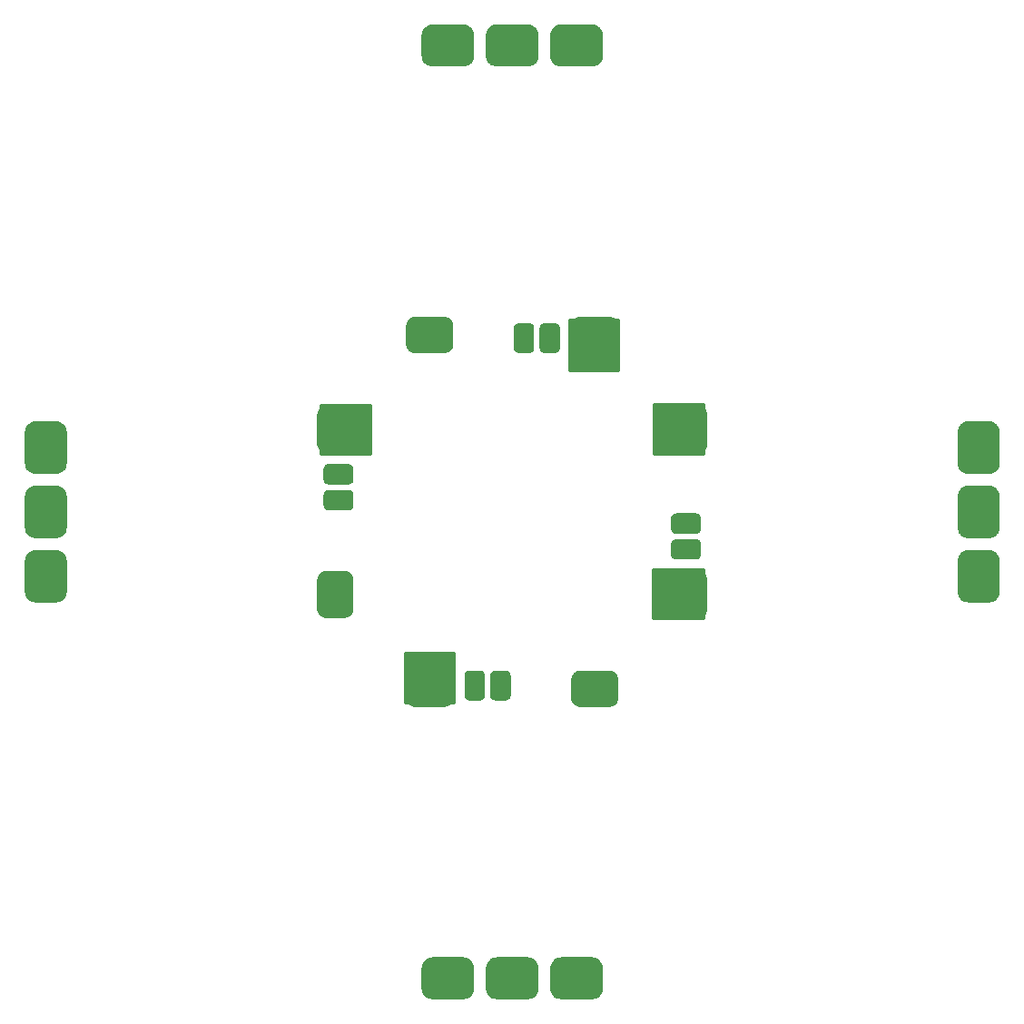
<source format=gts>
G04 #@! TF.GenerationSoftware,KiCad,Pcbnew,5.0.0-fee4fd1~66~ubuntu16.04.1*
G04 #@! TF.CreationDate,2018-09-11T21:28:54+02:00*
G04 #@! TF.ProjectId,inverted_quad_pdb,696E7665727465645F717561645F7064,rev?*
G04 #@! TF.SameCoordinates,Original*
G04 #@! TF.FileFunction,Soldermask,Top*
G04 #@! TF.FilePolarity,Negative*
%FSLAX46Y46*%
G04 Gerber Fmt 4.6, Leading zero omitted, Abs format (unit mm)*
G04 Created by KiCad (PCBNEW 5.0.0-fee4fd1~66~ubuntu16.04.1) date Tue Sep 11 21:28:54 2018*
%MOMM*%
%LPD*%
G01*
G04 APERTURE LIST*
%ADD10C,0.300000*%
%ADD11C,0.100000*%
%ADD12C,1.900000*%
%ADD13C,3.900000*%
%ADD14C,3.400000*%
G04 APERTURE END LIST*
D10*
G36*
X143300000Y-109600000D02*
X143300000Y-105000000D01*
X147800000Y-105000000D01*
X147800000Y-109600000D01*
X143300000Y-109600000D01*
G37*
X143300000Y-109600000D02*
X143300000Y-105000000D01*
X147800000Y-105000000D01*
X147800000Y-109600000D01*
X143300000Y-109600000D01*
G36*
X112200000Y-105100000D02*
X116800000Y-105100000D01*
X116800000Y-109600000D01*
X112200000Y-109600000D01*
X112200000Y-105100000D01*
G37*
X112200000Y-105100000D02*
X116800000Y-105100000D01*
X116800000Y-109600000D01*
X112200000Y-109600000D01*
X112200000Y-105100000D01*
G36*
X139900000Y-97200000D02*
X139900000Y-101800000D01*
X135400000Y-101800000D01*
X135400000Y-97200000D01*
X139900000Y-97200000D01*
G37*
X139900000Y-97200000D02*
X139900000Y-101800000D01*
X135400000Y-101800000D01*
X135400000Y-97200000D01*
X139900000Y-97200000D01*
G36*
X147800000Y-124900000D02*
X143200000Y-124900000D01*
X143200000Y-120400000D01*
X147800000Y-120400000D01*
X147800000Y-124900000D01*
G37*
X147800000Y-124900000D02*
X143200000Y-124900000D01*
X143200000Y-120400000D01*
X147800000Y-120400000D01*
X147800000Y-124900000D01*
G36*
X120100000Y-132800000D02*
X120100000Y-128200000D01*
X124600000Y-128200000D01*
X124600000Y-132800000D01*
X120100000Y-132800000D01*
G37*
X120100000Y-132800000D02*
X120100000Y-128200000D01*
X124600000Y-128200000D01*
X124600000Y-132800000D01*
X120100000Y-132800000D01*
D11*
G04 #@! TO.C,ESC4*
G36*
X147171558Y-115152287D02*
X147217668Y-115159127D01*
X147262885Y-115170453D01*
X147306775Y-115186157D01*
X147348913Y-115206087D01*
X147388896Y-115230052D01*
X147426337Y-115257820D01*
X147460876Y-115289124D01*
X147492180Y-115323663D01*
X147519948Y-115361104D01*
X147543913Y-115401087D01*
X147563843Y-115443225D01*
X147579547Y-115487115D01*
X147590873Y-115532332D01*
X147597713Y-115578442D01*
X147600000Y-115625000D01*
X147600000Y-116575000D01*
X147597713Y-116621558D01*
X147590873Y-116667668D01*
X147579547Y-116712885D01*
X147563843Y-116756775D01*
X147543913Y-116798913D01*
X147519948Y-116838896D01*
X147492180Y-116876337D01*
X147460876Y-116910876D01*
X147426337Y-116942180D01*
X147388896Y-116969948D01*
X147348913Y-116993913D01*
X147306775Y-117013843D01*
X147262885Y-117029547D01*
X147217668Y-117040873D01*
X147171558Y-117047713D01*
X147125000Y-117050000D01*
X145275000Y-117050000D01*
X145228442Y-117047713D01*
X145182332Y-117040873D01*
X145137115Y-117029547D01*
X145093225Y-117013843D01*
X145051087Y-116993913D01*
X145011104Y-116969948D01*
X144973663Y-116942180D01*
X144939124Y-116910876D01*
X144907820Y-116876337D01*
X144880052Y-116838896D01*
X144856087Y-116798913D01*
X144836157Y-116756775D01*
X144820453Y-116712885D01*
X144809127Y-116667668D01*
X144802287Y-116621558D01*
X144800000Y-116575000D01*
X144800000Y-115625000D01*
X144802287Y-115578442D01*
X144809127Y-115532332D01*
X144820453Y-115487115D01*
X144836157Y-115443225D01*
X144856087Y-115401087D01*
X144880052Y-115361104D01*
X144907820Y-115323663D01*
X144939124Y-115289124D01*
X144973663Y-115257820D01*
X145011104Y-115230052D01*
X145051087Y-115206087D01*
X145093225Y-115186157D01*
X145137115Y-115170453D01*
X145182332Y-115159127D01*
X145228442Y-115152287D01*
X145275000Y-115150000D01*
X147125000Y-115150000D01*
X147171558Y-115152287D01*
X147171558Y-115152287D01*
G37*
D12*
X146200000Y-116100000D03*
D11*
G36*
X147171558Y-117552287D02*
X147217668Y-117559127D01*
X147262885Y-117570453D01*
X147306775Y-117586157D01*
X147348913Y-117606087D01*
X147388896Y-117630052D01*
X147426337Y-117657820D01*
X147460876Y-117689124D01*
X147492180Y-117723663D01*
X147519948Y-117761104D01*
X147543913Y-117801087D01*
X147563843Y-117843225D01*
X147579547Y-117887115D01*
X147590873Y-117932332D01*
X147597713Y-117978442D01*
X147600000Y-118025000D01*
X147600000Y-118975000D01*
X147597713Y-119021558D01*
X147590873Y-119067668D01*
X147579547Y-119112885D01*
X147563843Y-119156775D01*
X147543913Y-119198913D01*
X147519948Y-119238896D01*
X147492180Y-119276337D01*
X147460876Y-119310876D01*
X147426337Y-119342180D01*
X147388896Y-119369948D01*
X147348913Y-119393913D01*
X147306775Y-119413843D01*
X147262885Y-119429547D01*
X147217668Y-119440873D01*
X147171558Y-119447713D01*
X147125000Y-119450000D01*
X145275000Y-119450000D01*
X145228442Y-119447713D01*
X145182332Y-119440873D01*
X145137115Y-119429547D01*
X145093225Y-119413843D01*
X145051087Y-119393913D01*
X145011104Y-119369948D01*
X144973663Y-119342180D01*
X144939124Y-119310876D01*
X144907820Y-119276337D01*
X144880052Y-119238896D01*
X144856087Y-119198913D01*
X144836157Y-119156775D01*
X144820453Y-119112885D01*
X144809127Y-119067668D01*
X144802287Y-119021558D01*
X144800000Y-118975000D01*
X144800000Y-118025000D01*
X144802287Y-117978442D01*
X144809127Y-117932332D01*
X144820453Y-117887115D01*
X144836157Y-117843225D01*
X144856087Y-117801087D01*
X144880052Y-117761104D01*
X144907820Y-117723663D01*
X144939124Y-117689124D01*
X144973663Y-117657820D01*
X145011104Y-117630052D01*
X145051087Y-117606087D01*
X145093225Y-117586157D01*
X145137115Y-117570453D01*
X145182332Y-117559127D01*
X145228442Y-117552287D01*
X145275000Y-117550000D01*
X147125000Y-117550000D01*
X147171558Y-117552287D01*
X147171558Y-117552287D01*
G37*
D12*
X146200000Y-118500000D03*
D11*
G36*
X174570567Y-112554695D02*
X174665213Y-112568734D01*
X174758028Y-112591983D01*
X174848116Y-112624217D01*
X174934612Y-112665127D01*
X175016681Y-112714317D01*
X175093533Y-112771315D01*
X175164429Y-112835571D01*
X175228685Y-112906467D01*
X175285683Y-112983319D01*
X175334873Y-113065388D01*
X175375783Y-113151884D01*
X175408017Y-113241972D01*
X175431266Y-113334787D01*
X175445305Y-113429433D01*
X175450000Y-113525000D01*
X175450000Y-116475000D01*
X175445305Y-116570567D01*
X175431266Y-116665213D01*
X175408017Y-116758028D01*
X175375783Y-116848116D01*
X175334873Y-116934612D01*
X175285683Y-117016681D01*
X175228685Y-117093533D01*
X175164429Y-117164429D01*
X175093533Y-117228685D01*
X175016681Y-117285683D01*
X174934612Y-117334873D01*
X174848116Y-117375783D01*
X174758028Y-117408017D01*
X174665213Y-117431266D01*
X174570567Y-117445305D01*
X174475000Y-117450000D01*
X172525000Y-117450000D01*
X172429433Y-117445305D01*
X172334787Y-117431266D01*
X172241972Y-117408017D01*
X172151884Y-117375783D01*
X172065388Y-117334873D01*
X171983319Y-117285683D01*
X171906467Y-117228685D01*
X171835571Y-117164429D01*
X171771315Y-117093533D01*
X171714317Y-117016681D01*
X171665127Y-116934612D01*
X171624217Y-116848116D01*
X171591983Y-116758028D01*
X171568734Y-116665213D01*
X171554695Y-116570567D01*
X171550000Y-116475000D01*
X171550000Y-113525000D01*
X171554695Y-113429433D01*
X171568734Y-113334787D01*
X171591983Y-113241972D01*
X171624217Y-113151884D01*
X171665127Y-113065388D01*
X171714317Y-112983319D01*
X171771315Y-112906467D01*
X171835571Y-112835571D01*
X171906467Y-112771315D01*
X171983319Y-112714317D01*
X172065388Y-112665127D01*
X172151884Y-112624217D01*
X172241972Y-112591983D01*
X172334787Y-112568734D01*
X172429433Y-112554695D01*
X172525000Y-112550000D01*
X174475000Y-112550000D01*
X174570567Y-112554695D01*
X174570567Y-112554695D01*
G37*
D13*
X173500000Y-115000000D03*
D11*
G36*
X174570567Y-106554695D02*
X174665213Y-106568734D01*
X174758028Y-106591983D01*
X174848116Y-106624217D01*
X174934612Y-106665127D01*
X175016681Y-106714317D01*
X175093533Y-106771315D01*
X175164429Y-106835571D01*
X175228685Y-106906467D01*
X175285683Y-106983319D01*
X175334873Y-107065388D01*
X175375783Y-107151884D01*
X175408017Y-107241972D01*
X175431266Y-107334787D01*
X175445305Y-107429433D01*
X175450000Y-107525000D01*
X175450000Y-110475000D01*
X175445305Y-110570567D01*
X175431266Y-110665213D01*
X175408017Y-110758028D01*
X175375783Y-110848116D01*
X175334873Y-110934612D01*
X175285683Y-111016681D01*
X175228685Y-111093533D01*
X175164429Y-111164429D01*
X175093533Y-111228685D01*
X175016681Y-111285683D01*
X174934612Y-111334873D01*
X174848116Y-111375783D01*
X174758028Y-111408017D01*
X174665213Y-111431266D01*
X174570567Y-111445305D01*
X174475000Y-111450000D01*
X172525000Y-111450000D01*
X172429433Y-111445305D01*
X172334787Y-111431266D01*
X172241972Y-111408017D01*
X172151884Y-111375783D01*
X172065388Y-111334873D01*
X171983319Y-111285683D01*
X171906467Y-111228685D01*
X171835571Y-111164429D01*
X171771315Y-111093533D01*
X171714317Y-111016681D01*
X171665127Y-110934612D01*
X171624217Y-110848116D01*
X171591983Y-110758028D01*
X171568734Y-110665213D01*
X171554695Y-110570567D01*
X171550000Y-110475000D01*
X171550000Y-107525000D01*
X171554695Y-107429433D01*
X171568734Y-107334787D01*
X171591983Y-107241972D01*
X171624217Y-107151884D01*
X171665127Y-107065388D01*
X171714317Y-106983319D01*
X171771315Y-106906467D01*
X171835571Y-106835571D01*
X171906467Y-106771315D01*
X171983319Y-106714317D01*
X172065388Y-106665127D01*
X172151884Y-106624217D01*
X172241972Y-106591983D01*
X172334787Y-106568734D01*
X172429433Y-106554695D01*
X172525000Y-106550000D01*
X174475000Y-106550000D01*
X174570567Y-106554695D01*
X174570567Y-106554695D01*
G37*
D13*
X173500000Y-109000000D03*
D11*
G36*
X174570567Y-118554695D02*
X174665213Y-118568734D01*
X174758028Y-118591983D01*
X174848116Y-118624217D01*
X174934612Y-118665127D01*
X175016681Y-118714317D01*
X175093533Y-118771315D01*
X175164429Y-118835571D01*
X175228685Y-118906467D01*
X175285683Y-118983319D01*
X175334873Y-119065388D01*
X175375783Y-119151884D01*
X175408017Y-119241972D01*
X175431266Y-119334787D01*
X175445305Y-119429433D01*
X175450000Y-119525000D01*
X175450000Y-122475000D01*
X175445305Y-122570567D01*
X175431266Y-122665213D01*
X175408017Y-122758028D01*
X175375783Y-122848116D01*
X175334873Y-122934612D01*
X175285683Y-123016681D01*
X175228685Y-123093533D01*
X175164429Y-123164429D01*
X175093533Y-123228685D01*
X175016681Y-123285683D01*
X174934612Y-123334873D01*
X174848116Y-123375783D01*
X174758028Y-123408017D01*
X174665213Y-123431266D01*
X174570567Y-123445305D01*
X174475000Y-123450000D01*
X172525000Y-123450000D01*
X172429433Y-123445305D01*
X172334787Y-123431266D01*
X172241972Y-123408017D01*
X172151884Y-123375783D01*
X172065388Y-123334873D01*
X171983319Y-123285683D01*
X171906467Y-123228685D01*
X171835571Y-123164429D01*
X171771315Y-123093533D01*
X171714317Y-123016681D01*
X171665127Y-122934612D01*
X171624217Y-122848116D01*
X171591983Y-122758028D01*
X171568734Y-122665213D01*
X171554695Y-122570567D01*
X171550000Y-122475000D01*
X171550000Y-119525000D01*
X171554695Y-119429433D01*
X171568734Y-119334787D01*
X171591983Y-119241972D01*
X171624217Y-119151884D01*
X171665127Y-119065388D01*
X171714317Y-118983319D01*
X171771315Y-118906467D01*
X171835571Y-118835571D01*
X171906467Y-118771315D01*
X171983319Y-118714317D01*
X172065388Y-118665127D01*
X172151884Y-118624217D01*
X172241972Y-118591983D01*
X172334787Y-118568734D01*
X172429433Y-118554695D01*
X172525000Y-118550000D01*
X174475000Y-118550000D01*
X174570567Y-118554695D01*
X174570567Y-118554695D01*
G37*
D13*
X173500000Y-121000000D03*
D11*
G36*
X147433315Y-120504093D02*
X147515827Y-120516333D01*
X147596742Y-120536601D01*
X147675281Y-120564702D01*
X147750687Y-120600367D01*
X147822235Y-120643251D01*
X147889234Y-120692941D01*
X147951041Y-120748959D01*
X148007059Y-120810766D01*
X148056749Y-120877765D01*
X148099633Y-120949313D01*
X148135298Y-121024719D01*
X148163399Y-121103258D01*
X148183667Y-121184173D01*
X148195907Y-121266685D01*
X148200000Y-121350000D01*
X148200000Y-124050000D01*
X148195907Y-124133315D01*
X148183667Y-124215827D01*
X148163399Y-124296742D01*
X148135298Y-124375281D01*
X148099633Y-124450687D01*
X148056749Y-124522235D01*
X148007059Y-124589234D01*
X147951041Y-124651041D01*
X147889234Y-124707059D01*
X147822235Y-124756749D01*
X147750687Y-124799633D01*
X147675281Y-124835298D01*
X147596742Y-124863399D01*
X147515827Y-124883667D01*
X147433315Y-124895907D01*
X147350000Y-124900000D01*
X145650000Y-124900000D01*
X145566685Y-124895907D01*
X145484173Y-124883667D01*
X145403258Y-124863399D01*
X145324719Y-124835298D01*
X145249313Y-124799633D01*
X145177765Y-124756749D01*
X145110766Y-124707059D01*
X145048959Y-124651041D01*
X144992941Y-124589234D01*
X144943251Y-124522235D01*
X144900367Y-124450687D01*
X144864702Y-124375281D01*
X144836601Y-124296742D01*
X144816333Y-124215827D01*
X144804093Y-124133315D01*
X144800000Y-124050000D01*
X144800000Y-121350000D01*
X144804093Y-121266685D01*
X144816333Y-121184173D01*
X144836601Y-121103258D01*
X144864702Y-121024719D01*
X144900367Y-120949313D01*
X144943251Y-120877765D01*
X144992941Y-120810766D01*
X145048959Y-120748959D01*
X145110766Y-120692941D01*
X145177765Y-120643251D01*
X145249313Y-120600367D01*
X145324719Y-120564702D01*
X145403258Y-120536601D01*
X145484173Y-120516333D01*
X145566685Y-120504093D01*
X145650000Y-120500000D01*
X147350000Y-120500000D01*
X147433315Y-120504093D01*
X147433315Y-120504093D01*
G37*
D14*
X146500000Y-122700000D03*
D11*
G36*
X147433315Y-105104093D02*
X147515827Y-105116333D01*
X147596742Y-105136601D01*
X147675281Y-105164702D01*
X147750687Y-105200367D01*
X147822235Y-105243251D01*
X147889234Y-105292941D01*
X147951041Y-105348959D01*
X148007059Y-105410766D01*
X148056749Y-105477765D01*
X148099633Y-105549313D01*
X148135298Y-105624719D01*
X148163399Y-105703258D01*
X148183667Y-105784173D01*
X148195907Y-105866685D01*
X148200000Y-105950000D01*
X148200000Y-108650000D01*
X148195907Y-108733315D01*
X148183667Y-108815827D01*
X148163399Y-108896742D01*
X148135298Y-108975281D01*
X148099633Y-109050687D01*
X148056749Y-109122235D01*
X148007059Y-109189234D01*
X147951041Y-109251041D01*
X147889234Y-109307059D01*
X147822235Y-109356749D01*
X147750687Y-109399633D01*
X147675281Y-109435298D01*
X147596742Y-109463399D01*
X147515827Y-109483667D01*
X147433315Y-109495907D01*
X147350000Y-109500000D01*
X145650000Y-109500000D01*
X145566685Y-109495907D01*
X145484173Y-109483667D01*
X145403258Y-109463399D01*
X145324719Y-109435298D01*
X145249313Y-109399633D01*
X145177765Y-109356749D01*
X145110766Y-109307059D01*
X145048959Y-109251041D01*
X144992941Y-109189234D01*
X144943251Y-109122235D01*
X144900367Y-109050687D01*
X144864702Y-108975281D01*
X144836601Y-108896742D01*
X144816333Y-108815827D01*
X144804093Y-108733315D01*
X144800000Y-108650000D01*
X144800000Y-105950000D01*
X144804093Y-105866685D01*
X144816333Y-105784173D01*
X144836601Y-105703258D01*
X144864702Y-105624719D01*
X144900367Y-105549313D01*
X144943251Y-105477765D01*
X144992941Y-105410766D01*
X145048959Y-105348959D01*
X145110766Y-105292941D01*
X145177765Y-105243251D01*
X145249313Y-105200367D01*
X145324719Y-105164702D01*
X145403258Y-105136601D01*
X145484173Y-105116333D01*
X145566685Y-105104093D01*
X145650000Y-105100000D01*
X147350000Y-105100000D01*
X147433315Y-105104093D01*
X147433315Y-105104093D01*
G37*
D14*
X146500000Y-107300000D03*
G04 #@! TD*
D11*
G04 #@! TO.C,ESC3*
G36*
X139133315Y-129804093D02*
X139215827Y-129816333D01*
X139296742Y-129836601D01*
X139375281Y-129864702D01*
X139450687Y-129900367D01*
X139522235Y-129943251D01*
X139589234Y-129992941D01*
X139651041Y-130048959D01*
X139707059Y-130110766D01*
X139756749Y-130177765D01*
X139799633Y-130249313D01*
X139835298Y-130324719D01*
X139863399Y-130403258D01*
X139883667Y-130484173D01*
X139895907Y-130566685D01*
X139900000Y-130650000D01*
X139900000Y-132350000D01*
X139895907Y-132433315D01*
X139883667Y-132515827D01*
X139863399Y-132596742D01*
X139835298Y-132675281D01*
X139799633Y-132750687D01*
X139756749Y-132822235D01*
X139707059Y-132889234D01*
X139651041Y-132951041D01*
X139589234Y-133007059D01*
X139522235Y-133056749D01*
X139450687Y-133099633D01*
X139375281Y-133135298D01*
X139296742Y-133163399D01*
X139215827Y-133183667D01*
X139133315Y-133195907D01*
X139050000Y-133200000D01*
X136350000Y-133200000D01*
X136266685Y-133195907D01*
X136184173Y-133183667D01*
X136103258Y-133163399D01*
X136024719Y-133135298D01*
X135949313Y-133099633D01*
X135877765Y-133056749D01*
X135810766Y-133007059D01*
X135748959Y-132951041D01*
X135692941Y-132889234D01*
X135643251Y-132822235D01*
X135600367Y-132750687D01*
X135564702Y-132675281D01*
X135536601Y-132596742D01*
X135516333Y-132515827D01*
X135504093Y-132433315D01*
X135500000Y-132350000D01*
X135500000Y-130650000D01*
X135504093Y-130566685D01*
X135516333Y-130484173D01*
X135536601Y-130403258D01*
X135564702Y-130324719D01*
X135600367Y-130249313D01*
X135643251Y-130177765D01*
X135692941Y-130110766D01*
X135748959Y-130048959D01*
X135810766Y-129992941D01*
X135877765Y-129943251D01*
X135949313Y-129900367D01*
X136024719Y-129864702D01*
X136103258Y-129836601D01*
X136184173Y-129816333D01*
X136266685Y-129804093D01*
X136350000Y-129800000D01*
X139050000Y-129800000D01*
X139133315Y-129804093D01*
X139133315Y-129804093D01*
G37*
D14*
X137700000Y-131500000D03*
D11*
G36*
X123733315Y-129804093D02*
X123815827Y-129816333D01*
X123896742Y-129836601D01*
X123975281Y-129864702D01*
X124050687Y-129900367D01*
X124122235Y-129943251D01*
X124189234Y-129992941D01*
X124251041Y-130048959D01*
X124307059Y-130110766D01*
X124356749Y-130177765D01*
X124399633Y-130249313D01*
X124435298Y-130324719D01*
X124463399Y-130403258D01*
X124483667Y-130484173D01*
X124495907Y-130566685D01*
X124500000Y-130650000D01*
X124500000Y-132350000D01*
X124495907Y-132433315D01*
X124483667Y-132515827D01*
X124463399Y-132596742D01*
X124435298Y-132675281D01*
X124399633Y-132750687D01*
X124356749Y-132822235D01*
X124307059Y-132889234D01*
X124251041Y-132951041D01*
X124189234Y-133007059D01*
X124122235Y-133056749D01*
X124050687Y-133099633D01*
X123975281Y-133135298D01*
X123896742Y-133163399D01*
X123815827Y-133183667D01*
X123733315Y-133195907D01*
X123650000Y-133200000D01*
X120950000Y-133200000D01*
X120866685Y-133195907D01*
X120784173Y-133183667D01*
X120703258Y-133163399D01*
X120624719Y-133135298D01*
X120549313Y-133099633D01*
X120477765Y-133056749D01*
X120410766Y-133007059D01*
X120348959Y-132951041D01*
X120292941Y-132889234D01*
X120243251Y-132822235D01*
X120200367Y-132750687D01*
X120164702Y-132675281D01*
X120136601Y-132596742D01*
X120116333Y-132515827D01*
X120104093Y-132433315D01*
X120100000Y-132350000D01*
X120100000Y-130650000D01*
X120104093Y-130566685D01*
X120116333Y-130484173D01*
X120136601Y-130403258D01*
X120164702Y-130324719D01*
X120200367Y-130249313D01*
X120243251Y-130177765D01*
X120292941Y-130110766D01*
X120348959Y-130048959D01*
X120410766Y-129992941D01*
X120477765Y-129943251D01*
X120549313Y-129900367D01*
X120624719Y-129864702D01*
X120703258Y-129836601D01*
X120784173Y-129816333D01*
X120866685Y-129804093D01*
X120950000Y-129800000D01*
X123650000Y-129800000D01*
X123733315Y-129804093D01*
X123733315Y-129804093D01*
G37*
D14*
X122300000Y-131500000D03*
D11*
G36*
X125570567Y-156554695D02*
X125665213Y-156568734D01*
X125758028Y-156591983D01*
X125848116Y-156624217D01*
X125934612Y-156665127D01*
X126016681Y-156714317D01*
X126093533Y-156771315D01*
X126164429Y-156835571D01*
X126228685Y-156906467D01*
X126285683Y-156983319D01*
X126334873Y-157065388D01*
X126375783Y-157151884D01*
X126408017Y-157241972D01*
X126431266Y-157334787D01*
X126445305Y-157429433D01*
X126450000Y-157525000D01*
X126450000Y-159475000D01*
X126445305Y-159570567D01*
X126431266Y-159665213D01*
X126408017Y-159758028D01*
X126375783Y-159848116D01*
X126334873Y-159934612D01*
X126285683Y-160016681D01*
X126228685Y-160093533D01*
X126164429Y-160164429D01*
X126093533Y-160228685D01*
X126016681Y-160285683D01*
X125934612Y-160334873D01*
X125848116Y-160375783D01*
X125758028Y-160408017D01*
X125665213Y-160431266D01*
X125570567Y-160445305D01*
X125475000Y-160450000D01*
X122525000Y-160450000D01*
X122429433Y-160445305D01*
X122334787Y-160431266D01*
X122241972Y-160408017D01*
X122151884Y-160375783D01*
X122065388Y-160334873D01*
X121983319Y-160285683D01*
X121906467Y-160228685D01*
X121835571Y-160164429D01*
X121771315Y-160093533D01*
X121714317Y-160016681D01*
X121665127Y-159934612D01*
X121624217Y-159848116D01*
X121591983Y-159758028D01*
X121568734Y-159665213D01*
X121554695Y-159570567D01*
X121550000Y-159475000D01*
X121550000Y-157525000D01*
X121554695Y-157429433D01*
X121568734Y-157334787D01*
X121591983Y-157241972D01*
X121624217Y-157151884D01*
X121665127Y-157065388D01*
X121714317Y-156983319D01*
X121771315Y-156906467D01*
X121835571Y-156835571D01*
X121906467Y-156771315D01*
X121983319Y-156714317D01*
X122065388Y-156665127D01*
X122151884Y-156624217D01*
X122241972Y-156591983D01*
X122334787Y-156568734D01*
X122429433Y-156554695D01*
X122525000Y-156550000D01*
X125475000Y-156550000D01*
X125570567Y-156554695D01*
X125570567Y-156554695D01*
G37*
D13*
X124000000Y-158500000D03*
D11*
G36*
X137570567Y-156554695D02*
X137665213Y-156568734D01*
X137758028Y-156591983D01*
X137848116Y-156624217D01*
X137934612Y-156665127D01*
X138016681Y-156714317D01*
X138093533Y-156771315D01*
X138164429Y-156835571D01*
X138228685Y-156906467D01*
X138285683Y-156983319D01*
X138334873Y-157065388D01*
X138375783Y-157151884D01*
X138408017Y-157241972D01*
X138431266Y-157334787D01*
X138445305Y-157429433D01*
X138450000Y-157525000D01*
X138450000Y-159475000D01*
X138445305Y-159570567D01*
X138431266Y-159665213D01*
X138408017Y-159758028D01*
X138375783Y-159848116D01*
X138334873Y-159934612D01*
X138285683Y-160016681D01*
X138228685Y-160093533D01*
X138164429Y-160164429D01*
X138093533Y-160228685D01*
X138016681Y-160285683D01*
X137934612Y-160334873D01*
X137848116Y-160375783D01*
X137758028Y-160408017D01*
X137665213Y-160431266D01*
X137570567Y-160445305D01*
X137475000Y-160450000D01*
X134525000Y-160450000D01*
X134429433Y-160445305D01*
X134334787Y-160431266D01*
X134241972Y-160408017D01*
X134151884Y-160375783D01*
X134065388Y-160334873D01*
X133983319Y-160285683D01*
X133906467Y-160228685D01*
X133835571Y-160164429D01*
X133771315Y-160093533D01*
X133714317Y-160016681D01*
X133665127Y-159934612D01*
X133624217Y-159848116D01*
X133591983Y-159758028D01*
X133568734Y-159665213D01*
X133554695Y-159570567D01*
X133550000Y-159475000D01*
X133550000Y-157525000D01*
X133554695Y-157429433D01*
X133568734Y-157334787D01*
X133591983Y-157241972D01*
X133624217Y-157151884D01*
X133665127Y-157065388D01*
X133714317Y-156983319D01*
X133771315Y-156906467D01*
X133835571Y-156835571D01*
X133906467Y-156771315D01*
X133983319Y-156714317D01*
X134065388Y-156665127D01*
X134151884Y-156624217D01*
X134241972Y-156591983D01*
X134334787Y-156568734D01*
X134429433Y-156554695D01*
X134525000Y-156550000D01*
X137475000Y-156550000D01*
X137570567Y-156554695D01*
X137570567Y-156554695D01*
G37*
D13*
X136000000Y-158500000D03*
D11*
G36*
X131570567Y-156554695D02*
X131665213Y-156568734D01*
X131758028Y-156591983D01*
X131848116Y-156624217D01*
X131934612Y-156665127D01*
X132016681Y-156714317D01*
X132093533Y-156771315D01*
X132164429Y-156835571D01*
X132228685Y-156906467D01*
X132285683Y-156983319D01*
X132334873Y-157065388D01*
X132375783Y-157151884D01*
X132408017Y-157241972D01*
X132431266Y-157334787D01*
X132445305Y-157429433D01*
X132450000Y-157525000D01*
X132450000Y-159475000D01*
X132445305Y-159570567D01*
X132431266Y-159665213D01*
X132408017Y-159758028D01*
X132375783Y-159848116D01*
X132334873Y-159934612D01*
X132285683Y-160016681D01*
X132228685Y-160093533D01*
X132164429Y-160164429D01*
X132093533Y-160228685D01*
X132016681Y-160285683D01*
X131934612Y-160334873D01*
X131848116Y-160375783D01*
X131758028Y-160408017D01*
X131665213Y-160431266D01*
X131570567Y-160445305D01*
X131475000Y-160450000D01*
X128525000Y-160450000D01*
X128429433Y-160445305D01*
X128334787Y-160431266D01*
X128241972Y-160408017D01*
X128151884Y-160375783D01*
X128065388Y-160334873D01*
X127983319Y-160285683D01*
X127906467Y-160228685D01*
X127835571Y-160164429D01*
X127771315Y-160093533D01*
X127714317Y-160016681D01*
X127665127Y-159934612D01*
X127624217Y-159848116D01*
X127591983Y-159758028D01*
X127568734Y-159665213D01*
X127554695Y-159570567D01*
X127550000Y-159475000D01*
X127550000Y-157525000D01*
X127554695Y-157429433D01*
X127568734Y-157334787D01*
X127591983Y-157241972D01*
X127624217Y-157151884D01*
X127665127Y-157065388D01*
X127714317Y-156983319D01*
X127771315Y-156906467D01*
X127835571Y-156835571D01*
X127906467Y-156771315D01*
X127983319Y-156714317D01*
X128065388Y-156665127D01*
X128151884Y-156624217D01*
X128241972Y-156591983D01*
X128334787Y-156568734D01*
X128429433Y-156554695D01*
X128525000Y-156550000D01*
X131475000Y-156550000D01*
X131570567Y-156554695D01*
X131570567Y-156554695D01*
G37*
D13*
X130000000Y-158500000D03*
D11*
G36*
X127021558Y-129802287D02*
X127067668Y-129809127D01*
X127112885Y-129820453D01*
X127156775Y-129836157D01*
X127198913Y-129856087D01*
X127238896Y-129880052D01*
X127276337Y-129907820D01*
X127310876Y-129939124D01*
X127342180Y-129973663D01*
X127369948Y-130011104D01*
X127393913Y-130051087D01*
X127413843Y-130093225D01*
X127429547Y-130137115D01*
X127440873Y-130182332D01*
X127447713Y-130228442D01*
X127450000Y-130275000D01*
X127450000Y-132125000D01*
X127447713Y-132171558D01*
X127440873Y-132217668D01*
X127429547Y-132262885D01*
X127413843Y-132306775D01*
X127393913Y-132348913D01*
X127369948Y-132388896D01*
X127342180Y-132426337D01*
X127310876Y-132460876D01*
X127276337Y-132492180D01*
X127238896Y-132519948D01*
X127198913Y-132543913D01*
X127156775Y-132563843D01*
X127112885Y-132579547D01*
X127067668Y-132590873D01*
X127021558Y-132597713D01*
X126975000Y-132600000D01*
X126025000Y-132600000D01*
X125978442Y-132597713D01*
X125932332Y-132590873D01*
X125887115Y-132579547D01*
X125843225Y-132563843D01*
X125801087Y-132543913D01*
X125761104Y-132519948D01*
X125723663Y-132492180D01*
X125689124Y-132460876D01*
X125657820Y-132426337D01*
X125630052Y-132388896D01*
X125606087Y-132348913D01*
X125586157Y-132306775D01*
X125570453Y-132262885D01*
X125559127Y-132217668D01*
X125552287Y-132171558D01*
X125550000Y-132125000D01*
X125550000Y-130275000D01*
X125552287Y-130228442D01*
X125559127Y-130182332D01*
X125570453Y-130137115D01*
X125586157Y-130093225D01*
X125606087Y-130051087D01*
X125630052Y-130011104D01*
X125657820Y-129973663D01*
X125689124Y-129939124D01*
X125723663Y-129907820D01*
X125761104Y-129880052D01*
X125801087Y-129856087D01*
X125843225Y-129836157D01*
X125887115Y-129820453D01*
X125932332Y-129809127D01*
X125978442Y-129802287D01*
X126025000Y-129800000D01*
X126975000Y-129800000D01*
X127021558Y-129802287D01*
X127021558Y-129802287D01*
G37*
D12*
X126500000Y-131200000D03*
D11*
G36*
X129421558Y-129802287D02*
X129467668Y-129809127D01*
X129512885Y-129820453D01*
X129556775Y-129836157D01*
X129598913Y-129856087D01*
X129638896Y-129880052D01*
X129676337Y-129907820D01*
X129710876Y-129939124D01*
X129742180Y-129973663D01*
X129769948Y-130011104D01*
X129793913Y-130051087D01*
X129813843Y-130093225D01*
X129829547Y-130137115D01*
X129840873Y-130182332D01*
X129847713Y-130228442D01*
X129850000Y-130275000D01*
X129850000Y-132125000D01*
X129847713Y-132171558D01*
X129840873Y-132217668D01*
X129829547Y-132262885D01*
X129813843Y-132306775D01*
X129793913Y-132348913D01*
X129769948Y-132388896D01*
X129742180Y-132426337D01*
X129710876Y-132460876D01*
X129676337Y-132492180D01*
X129638896Y-132519948D01*
X129598913Y-132543913D01*
X129556775Y-132563843D01*
X129512885Y-132579547D01*
X129467668Y-132590873D01*
X129421558Y-132597713D01*
X129375000Y-132600000D01*
X128425000Y-132600000D01*
X128378442Y-132597713D01*
X128332332Y-132590873D01*
X128287115Y-132579547D01*
X128243225Y-132563843D01*
X128201087Y-132543913D01*
X128161104Y-132519948D01*
X128123663Y-132492180D01*
X128089124Y-132460876D01*
X128057820Y-132426337D01*
X128030052Y-132388896D01*
X128006087Y-132348913D01*
X127986157Y-132306775D01*
X127970453Y-132262885D01*
X127959127Y-132217668D01*
X127952287Y-132171558D01*
X127950000Y-132125000D01*
X127950000Y-130275000D01*
X127952287Y-130228442D01*
X127959127Y-130182332D01*
X127970453Y-130137115D01*
X127986157Y-130093225D01*
X128006087Y-130051087D01*
X128030052Y-130011104D01*
X128057820Y-129973663D01*
X128089124Y-129939124D01*
X128123663Y-129907820D01*
X128161104Y-129880052D01*
X128201087Y-129856087D01*
X128243225Y-129836157D01*
X128287115Y-129820453D01*
X128332332Y-129809127D01*
X128378442Y-129802287D01*
X128425000Y-129800000D01*
X129375000Y-129800000D01*
X129421558Y-129802287D01*
X129421558Y-129802287D01*
G37*
D12*
X128900000Y-131200000D03*
G04 #@! TD*
D11*
G04 #@! TO.C,ESC2*
G36*
X114771558Y-112952287D02*
X114817668Y-112959127D01*
X114862885Y-112970453D01*
X114906775Y-112986157D01*
X114948913Y-113006087D01*
X114988896Y-113030052D01*
X115026337Y-113057820D01*
X115060876Y-113089124D01*
X115092180Y-113123663D01*
X115119948Y-113161104D01*
X115143913Y-113201087D01*
X115163843Y-113243225D01*
X115179547Y-113287115D01*
X115190873Y-113332332D01*
X115197713Y-113378442D01*
X115200000Y-113425000D01*
X115200000Y-114375000D01*
X115197713Y-114421558D01*
X115190873Y-114467668D01*
X115179547Y-114512885D01*
X115163843Y-114556775D01*
X115143913Y-114598913D01*
X115119948Y-114638896D01*
X115092180Y-114676337D01*
X115060876Y-114710876D01*
X115026337Y-114742180D01*
X114988896Y-114769948D01*
X114948913Y-114793913D01*
X114906775Y-114813843D01*
X114862885Y-114829547D01*
X114817668Y-114840873D01*
X114771558Y-114847713D01*
X114725000Y-114850000D01*
X112875000Y-114850000D01*
X112828442Y-114847713D01*
X112782332Y-114840873D01*
X112737115Y-114829547D01*
X112693225Y-114813843D01*
X112651087Y-114793913D01*
X112611104Y-114769948D01*
X112573663Y-114742180D01*
X112539124Y-114710876D01*
X112507820Y-114676337D01*
X112480052Y-114638896D01*
X112456087Y-114598913D01*
X112436157Y-114556775D01*
X112420453Y-114512885D01*
X112409127Y-114467668D01*
X112402287Y-114421558D01*
X112400000Y-114375000D01*
X112400000Y-113425000D01*
X112402287Y-113378442D01*
X112409127Y-113332332D01*
X112420453Y-113287115D01*
X112436157Y-113243225D01*
X112456087Y-113201087D01*
X112480052Y-113161104D01*
X112507820Y-113123663D01*
X112539124Y-113089124D01*
X112573663Y-113057820D01*
X112611104Y-113030052D01*
X112651087Y-113006087D01*
X112693225Y-112986157D01*
X112737115Y-112970453D01*
X112782332Y-112959127D01*
X112828442Y-112952287D01*
X112875000Y-112950000D01*
X114725000Y-112950000D01*
X114771558Y-112952287D01*
X114771558Y-112952287D01*
G37*
D12*
X113800000Y-113900000D03*
D11*
G36*
X114771558Y-110552287D02*
X114817668Y-110559127D01*
X114862885Y-110570453D01*
X114906775Y-110586157D01*
X114948913Y-110606087D01*
X114988896Y-110630052D01*
X115026337Y-110657820D01*
X115060876Y-110689124D01*
X115092180Y-110723663D01*
X115119948Y-110761104D01*
X115143913Y-110801087D01*
X115163843Y-110843225D01*
X115179547Y-110887115D01*
X115190873Y-110932332D01*
X115197713Y-110978442D01*
X115200000Y-111025000D01*
X115200000Y-111975000D01*
X115197713Y-112021558D01*
X115190873Y-112067668D01*
X115179547Y-112112885D01*
X115163843Y-112156775D01*
X115143913Y-112198913D01*
X115119948Y-112238896D01*
X115092180Y-112276337D01*
X115060876Y-112310876D01*
X115026337Y-112342180D01*
X114988896Y-112369948D01*
X114948913Y-112393913D01*
X114906775Y-112413843D01*
X114862885Y-112429547D01*
X114817668Y-112440873D01*
X114771558Y-112447713D01*
X114725000Y-112450000D01*
X112875000Y-112450000D01*
X112828442Y-112447713D01*
X112782332Y-112440873D01*
X112737115Y-112429547D01*
X112693225Y-112413843D01*
X112651087Y-112393913D01*
X112611104Y-112369948D01*
X112573663Y-112342180D01*
X112539124Y-112310876D01*
X112507820Y-112276337D01*
X112480052Y-112238896D01*
X112456087Y-112198913D01*
X112436157Y-112156775D01*
X112420453Y-112112885D01*
X112409127Y-112067668D01*
X112402287Y-112021558D01*
X112400000Y-111975000D01*
X112400000Y-111025000D01*
X112402287Y-110978442D01*
X112409127Y-110932332D01*
X112420453Y-110887115D01*
X112436157Y-110843225D01*
X112456087Y-110801087D01*
X112480052Y-110761104D01*
X112507820Y-110723663D01*
X112539124Y-110689124D01*
X112573663Y-110657820D01*
X112611104Y-110630052D01*
X112651087Y-110606087D01*
X112693225Y-110586157D01*
X112737115Y-110570453D01*
X112782332Y-110559127D01*
X112828442Y-110552287D01*
X112875000Y-110550000D01*
X114725000Y-110550000D01*
X114771558Y-110552287D01*
X114771558Y-110552287D01*
G37*
D12*
X113800000Y-111500000D03*
D11*
G36*
X87570567Y-112554695D02*
X87665213Y-112568734D01*
X87758028Y-112591983D01*
X87848116Y-112624217D01*
X87934612Y-112665127D01*
X88016681Y-112714317D01*
X88093533Y-112771315D01*
X88164429Y-112835571D01*
X88228685Y-112906467D01*
X88285683Y-112983319D01*
X88334873Y-113065388D01*
X88375783Y-113151884D01*
X88408017Y-113241972D01*
X88431266Y-113334787D01*
X88445305Y-113429433D01*
X88450000Y-113525000D01*
X88450000Y-116475000D01*
X88445305Y-116570567D01*
X88431266Y-116665213D01*
X88408017Y-116758028D01*
X88375783Y-116848116D01*
X88334873Y-116934612D01*
X88285683Y-117016681D01*
X88228685Y-117093533D01*
X88164429Y-117164429D01*
X88093533Y-117228685D01*
X88016681Y-117285683D01*
X87934612Y-117334873D01*
X87848116Y-117375783D01*
X87758028Y-117408017D01*
X87665213Y-117431266D01*
X87570567Y-117445305D01*
X87475000Y-117450000D01*
X85525000Y-117450000D01*
X85429433Y-117445305D01*
X85334787Y-117431266D01*
X85241972Y-117408017D01*
X85151884Y-117375783D01*
X85065388Y-117334873D01*
X84983319Y-117285683D01*
X84906467Y-117228685D01*
X84835571Y-117164429D01*
X84771315Y-117093533D01*
X84714317Y-117016681D01*
X84665127Y-116934612D01*
X84624217Y-116848116D01*
X84591983Y-116758028D01*
X84568734Y-116665213D01*
X84554695Y-116570567D01*
X84550000Y-116475000D01*
X84550000Y-113525000D01*
X84554695Y-113429433D01*
X84568734Y-113334787D01*
X84591983Y-113241972D01*
X84624217Y-113151884D01*
X84665127Y-113065388D01*
X84714317Y-112983319D01*
X84771315Y-112906467D01*
X84835571Y-112835571D01*
X84906467Y-112771315D01*
X84983319Y-112714317D01*
X85065388Y-112665127D01*
X85151884Y-112624217D01*
X85241972Y-112591983D01*
X85334787Y-112568734D01*
X85429433Y-112554695D01*
X85525000Y-112550000D01*
X87475000Y-112550000D01*
X87570567Y-112554695D01*
X87570567Y-112554695D01*
G37*
D13*
X86500000Y-115000000D03*
D11*
G36*
X87570567Y-118554695D02*
X87665213Y-118568734D01*
X87758028Y-118591983D01*
X87848116Y-118624217D01*
X87934612Y-118665127D01*
X88016681Y-118714317D01*
X88093533Y-118771315D01*
X88164429Y-118835571D01*
X88228685Y-118906467D01*
X88285683Y-118983319D01*
X88334873Y-119065388D01*
X88375783Y-119151884D01*
X88408017Y-119241972D01*
X88431266Y-119334787D01*
X88445305Y-119429433D01*
X88450000Y-119525000D01*
X88450000Y-122475000D01*
X88445305Y-122570567D01*
X88431266Y-122665213D01*
X88408017Y-122758028D01*
X88375783Y-122848116D01*
X88334873Y-122934612D01*
X88285683Y-123016681D01*
X88228685Y-123093533D01*
X88164429Y-123164429D01*
X88093533Y-123228685D01*
X88016681Y-123285683D01*
X87934612Y-123334873D01*
X87848116Y-123375783D01*
X87758028Y-123408017D01*
X87665213Y-123431266D01*
X87570567Y-123445305D01*
X87475000Y-123450000D01*
X85525000Y-123450000D01*
X85429433Y-123445305D01*
X85334787Y-123431266D01*
X85241972Y-123408017D01*
X85151884Y-123375783D01*
X85065388Y-123334873D01*
X84983319Y-123285683D01*
X84906467Y-123228685D01*
X84835571Y-123164429D01*
X84771315Y-123093533D01*
X84714317Y-123016681D01*
X84665127Y-122934612D01*
X84624217Y-122848116D01*
X84591983Y-122758028D01*
X84568734Y-122665213D01*
X84554695Y-122570567D01*
X84550000Y-122475000D01*
X84550000Y-119525000D01*
X84554695Y-119429433D01*
X84568734Y-119334787D01*
X84591983Y-119241972D01*
X84624217Y-119151884D01*
X84665127Y-119065388D01*
X84714317Y-118983319D01*
X84771315Y-118906467D01*
X84835571Y-118835571D01*
X84906467Y-118771315D01*
X84983319Y-118714317D01*
X85065388Y-118665127D01*
X85151884Y-118624217D01*
X85241972Y-118591983D01*
X85334787Y-118568734D01*
X85429433Y-118554695D01*
X85525000Y-118550000D01*
X87475000Y-118550000D01*
X87570567Y-118554695D01*
X87570567Y-118554695D01*
G37*
D13*
X86500000Y-121000000D03*
D11*
G36*
X87570567Y-106554695D02*
X87665213Y-106568734D01*
X87758028Y-106591983D01*
X87848116Y-106624217D01*
X87934612Y-106665127D01*
X88016681Y-106714317D01*
X88093533Y-106771315D01*
X88164429Y-106835571D01*
X88228685Y-106906467D01*
X88285683Y-106983319D01*
X88334873Y-107065388D01*
X88375783Y-107151884D01*
X88408017Y-107241972D01*
X88431266Y-107334787D01*
X88445305Y-107429433D01*
X88450000Y-107525000D01*
X88450000Y-110475000D01*
X88445305Y-110570567D01*
X88431266Y-110665213D01*
X88408017Y-110758028D01*
X88375783Y-110848116D01*
X88334873Y-110934612D01*
X88285683Y-111016681D01*
X88228685Y-111093533D01*
X88164429Y-111164429D01*
X88093533Y-111228685D01*
X88016681Y-111285683D01*
X87934612Y-111334873D01*
X87848116Y-111375783D01*
X87758028Y-111408017D01*
X87665213Y-111431266D01*
X87570567Y-111445305D01*
X87475000Y-111450000D01*
X85525000Y-111450000D01*
X85429433Y-111445305D01*
X85334787Y-111431266D01*
X85241972Y-111408017D01*
X85151884Y-111375783D01*
X85065388Y-111334873D01*
X84983319Y-111285683D01*
X84906467Y-111228685D01*
X84835571Y-111164429D01*
X84771315Y-111093533D01*
X84714317Y-111016681D01*
X84665127Y-110934612D01*
X84624217Y-110848116D01*
X84591983Y-110758028D01*
X84568734Y-110665213D01*
X84554695Y-110570567D01*
X84550000Y-110475000D01*
X84550000Y-107525000D01*
X84554695Y-107429433D01*
X84568734Y-107334787D01*
X84591983Y-107241972D01*
X84624217Y-107151884D01*
X84665127Y-107065388D01*
X84714317Y-106983319D01*
X84771315Y-106906467D01*
X84835571Y-106835571D01*
X84906467Y-106771315D01*
X84983319Y-106714317D01*
X85065388Y-106665127D01*
X85151884Y-106624217D01*
X85241972Y-106591983D01*
X85334787Y-106568734D01*
X85429433Y-106554695D01*
X85525000Y-106550000D01*
X87475000Y-106550000D01*
X87570567Y-106554695D01*
X87570567Y-106554695D01*
G37*
D13*
X86500000Y-109000000D03*
D11*
G36*
X114433315Y-105104093D02*
X114515827Y-105116333D01*
X114596742Y-105136601D01*
X114675281Y-105164702D01*
X114750687Y-105200367D01*
X114822235Y-105243251D01*
X114889234Y-105292941D01*
X114951041Y-105348959D01*
X115007059Y-105410766D01*
X115056749Y-105477765D01*
X115099633Y-105549313D01*
X115135298Y-105624719D01*
X115163399Y-105703258D01*
X115183667Y-105784173D01*
X115195907Y-105866685D01*
X115200000Y-105950000D01*
X115200000Y-108650000D01*
X115195907Y-108733315D01*
X115183667Y-108815827D01*
X115163399Y-108896742D01*
X115135298Y-108975281D01*
X115099633Y-109050687D01*
X115056749Y-109122235D01*
X115007059Y-109189234D01*
X114951041Y-109251041D01*
X114889234Y-109307059D01*
X114822235Y-109356749D01*
X114750687Y-109399633D01*
X114675281Y-109435298D01*
X114596742Y-109463399D01*
X114515827Y-109483667D01*
X114433315Y-109495907D01*
X114350000Y-109500000D01*
X112650000Y-109500000D01*
X112566685Y-109495907D01*
X112484173Y-109483667D01*
X112403258Y-109463399D01*
X112324719Y-109435298D01*
X112249313Y-109399633D01*
X112177765Y-109356749D01*
X112110766Y-109307059D01*
X112048959Y-109251041D01*
X111992941Y-109189234D01*
X111943251Y-109122235D01*
X111900367Y-109050687D01*
X111864702Y-108975281D01*
X111836601Y-108896742D01*
X111816333Y-108815827D01*
X111804093Y-108733315D01*
X111800000Y-108650000D01*
X111800000Y-105950000D01*
X111804093Y-105866685D01*
X111816333Y-105784173D01*
X111836601Y-105703258D01*
X111864702Y-105624719D01*
X111900367Y-105549313D01*
X111943251Y-105477765D01*
X111992941Y-105410766D01*
X112048959Y-105348959D01*
X112110766Y-105292941D01*
X112177765Y-105243251D01*
X112249313Y-105200367D01*
X112324719Y-105164702D01*
X112403258Y-105136601D01*
X112484173Y-105116333D01*
X112566685Y-105104093D01*
X112650000Y-105100000D01*
X114350000Y-105100000D01*
X114433315Y-105104093D01*
X114433315Y-105104093D01*
G37*
D14*
X113500000Y-107300000D03*
D11*
G36*
X114433315Y-120504093D02*
X114515827Y-120516333D01*
X114596742Y-120536601D01*
X114675281Y-120564702D01*
X114750687Y-120600367D01*
X114822235Y-120643251D01*
X114889234Y-120692941D01*
X114951041Y-120748959D01*
X115007059Y-120810766D01*
X115056749Y-120877765D01*
X115099633Y-120949313D01*
X115135298Y-121024719D01*
X115163399Y-121103258D01*
X115183667Y-121184173D01*
X115195907Y-121266685D01*
X115200000Y-121350000D01*
X115200000Y-124050000D01*
X115195907Y-124133315D01*
X115183667Y-124215827D01*
X115163399Y-124296742D01*
X115135298Y-124375281D01*
X115099633Y-124450687D01*
X115056749Y-124522235D01*
X115007059Y-124589234D01*
X114951041Y-124651041D01*
X114889234Y-124707059D01*
X114822235Y-124756749D01*
X114750687Y-124799633D01*
X114675281Y-124835298D01*
X114596742Y-124863399D01*
X114515827Y-124883667D01*
X114433315Y-124895907D01*
X114350000Y-124900000D01*
X112650000Y-124900000D01*
X112566685Y-124895907D01*
X112484173Y-124883667D01*
X112403258Y-124863399D01*
X112324719Y-124835298D01*
X112249313Y-124799633D01*
X112177765Y-124756749D01*
X112110766Y-124707059D01*
X112048959Y-124651041D01*
X111992941Y-124589234D01*
X111943251Y-124522235D01*
X111900367Y-124450687D01*
X111864702Y-124375281D01*
X111836601Y-124296742D01*
X111816333Y-124215827D01*
X111804093Y-124133315D01*
X111800000Y-124050000D01*
X111800000Y-121350000D01*
X111804093Y-121266685D01*
X111816333Y-121184173D01*
X111836601Y-121103258D01*
X111864702Y-121024719D01*
X111900367Y-120949313D01*
X111943251Y-120877765D01*
X111992941Y-120810766D01*
X112048959Y-120748959D01*
X112110766Y-120692941D01*
X112177765Y-120643251D01*
X112249313Y-120600367D01*
X112324719Y-120564702D01*
X112403258Y-120536601D01*
X112484173Y-120516333D01*
X112566685Y-120504093D01*
X112650000Y-120500000D01*
X114350000Y-120500000D01*
X114433315Y-120504093D01*
X114433315Y-120504093D01*
G37*
D14*
X113500000Y-122700000D03*
G04 #@! TD*
D11*
G04 #@! TO.C,ESC1*
G36*
X123733315Y-96804093D02*
X123815827Y-96816333D01*
X123896742Y-96836601D01*
X123975281Y-96864702D01*
X124050687Y-96900367D01*
X124122235Y-96943251D01*
X124189234Y-96992941D01*
X124251041Y-97048959D01*
X124307059Y-97110766D01*
X124356749Y-97177765D01*
X124399633Y-97249313D01*
X124435298Y-97324719D01*
X124463399Y-97403258D01*
X124483667Y-97484173D01*
X124495907Y-97566685D01*
X124500000Y-97650000D01*
X124500000Y-99350000D01*
X124495907Y-99433315D01*
X124483667Y-99515827D01*
X124463399Y-99596742D01*
X124435298Y-99675281D01*
X124399633Y-99750687D01*
X124356749Y-99822235D01*
X124307059Y-99889234D01*
X124251041Y-99951041D01*
X124189234Y-100007059D01*
X124122235Y-100056749D01*
X124050687Y-100099633D01*
X123975281Y-100135298D01*
X123896742Y-100163399D01*
X123815827Y-100183667D01*
X123733315Y-100195907D01*
X123650000Y-100200000D01*
X120950000Y-100200000D01*
X120866685Y-100195907D01*
X120784173Y-100183667D01*
X120703258Y-100163399D01*
X120624719Y-100135298D01*
X120549313Y-100099633D01*
X120477765Y-100056749D01*
X120410766Y-100007059D01*
X120348959Y-99951041D01*
X120292941Y-99889234D01*
X120243251Y-99822235D01*
X120200367Y-99750687D01*
X120164702Y-99675281D01*
X120136601Y-99596742D01*
X120116333Y-99515827D01*
X120104093Y-99433315D01*
X120100000Y-99350000D01*
X120100000Y-97650000D01*
X120104093Y-97566685D01*
X120116333Y-97484173D01*
X120136601Y-97403258D01*
X120164702Y-97324719D01*
X120200367Y-97249313D01*
X120243251Y-97177765D01*
X120292941Y-97110766D01*
X120348959Y-97048959D01*
X120410766Y-96992941D01*
X120477765Y-96943251D01*
X120549313Y-96900367D01*
X120624719Y-96864702D01*
X120703258Y-96836601D01*
X120784173Y-96816333D01*
X120866685Y-96804093D01*
X120950000Y-96800000D01*
X123650000Y-96800000D01*
X123733315Y-96804093D01*
X123733315Y-96804093D01*
G37*
D14*
X122300000Y-98500000D03*
D11*
G36*
X139133315Y-96804093D02*
X139215827Y-96816333D01*
X139296742Y-96836601D01*
X139375281Y-96864702D01*
X139450687Y-96900367D01*
X139522235Y-96943251D01*
X139589234Y-96992941D01*
X139651041Y-97048959D01*
X139707059Y-97110766D01*
X139756749Y-97177765D01*
X139799633Y-97249313D01*
X139835298Y-97324719D01*
X139863399Y-97403258D01*
X139883667Y-97484173D01*
X139895907Y-97566685D01*
X139900000Y-97650000D01*
X139900000Y-99350000D01*
X139895907Y-99433315D01*
X139883667Y-99515827D01*
X139863399Y-99596742D01*
X139835298Y-99675281D01*
X139799633Y-99750687D01*
X139756749Y-99822235D01*
X139707059Y-99889234D01*
X139651041Y-99951041D01*
X139589234Y-100007059D01*
X139522235Y-100056749D01*
X139450687Y-100099633D01*
X139375281Y-100135298D01*
X139296742Y-100163399D01*
X139215827Y-100183667D01*
X139133315Y-100195907D01*
X139050000Y-100200000D01*
X136350000Y-100200000D01*
X136266685Y-100195907D01*
X136184173Y-100183667D01*
X136103258Y-100163399D01*
X136024719Y-100135298D01*
X135949313Y-100099633D01*
X135877765Y-100056749D01*
X135810766Y-100007059D01*
X135748959Y-99951041D01*
X135692941Y-99889234D01*
X135643251Y-99822235D01*
X135600367Y-99750687D01*
X135564702Y-99675281D01*
X135536601Y-99596742D01*
X135516333Y-99515827D01*
X135504093Y-99433315D01*
X135500000Y-99350000D01*
X135500000Y-97650000D01*
X135504093Y-97566685D01*
X135516333Y-97484173D01*
X135536601Y-97403258D01*
X135564702Y-97324719D01*
X135600367Y-97249313D01*
X135643251Y-97177765D01*
X135692941Y-97110766D01*
X135748959Y-97048959D01*
X135810766Y-96992941D01*
X135877765Y-96943251D01*
X135949313Y-96900367D01*
X136024719Y-96864702D01*
X136103258Y-96836601D01*
X136184173Y-96816333D01*
X136266685Y-96804093D01*
X136350000Y-96800000D01*
X139050000Y-96800000D01*
X139133315Y-96804093D01*
X139133315Y-96804093D01*
G37*
D14*
X137700000Y-98500000D03*
D11*
G36*
X137570567Y-69554695D02*
X137665213Y-69568734D01*
X137758028Y-69591983D01*
X137848116Y-69624217D01*
X137934612Y-69665127D01*
X138016681Y-69714317D01*
X138093533Y-69771315D01*
X138164429Y-69835571D01*
X138228685Y-69906467D01*
X138285683Y-69983319D01*
X138334873Y-70065388D01*
X138375783Y-70151884D01*
X138408017Y-70241972D01*
X138431266Y-70334787D01*
X138445305Y-70429433D01*
X138450000Y-70525000D01*
X138450000Y-72475000D01*
X138445305Y-72570567D01*
X138431266Y-72665213D01*
X138408017Y-72758028D01*
X138375783Y-72848116D01*
X138334873Y-72934612D01*
X138285683Y-73016681D01*
X138228685Y-73093533D01*
X138164429Y-73164429D01*
X138093533Y-73228685D01*
X138016681Y-73285683D01*
X137934612Y-73334873D01*
X137848116Y-73375783D01*
X137758028Y-73408017D01*
X137665213Y-73431266D01*
X137570567Y-73445305D01*
X137475000Y-73450000D01*
X134525000Y-73450000D01*
X134429433Y-73445305D01*
X134334787Y-73431266D01*
X134241972Y-73408017D01*
X134151884Y-73375783D01*
X134065388Y-73334873D01*
X133983319Y-73285683D01*
X133906467Y-73228685D01*
X133835571Y-73164429D01*
X133771315Y-73093533D01*
X133714317Y-73016681D01*
X133665127Y-72934612D01*
X133624217Y-72848116D01*
X133591983Y-72758028D01*
X133568734Y-72665213D01*
X133554695Y-72570567D01*
X133550000Y-72475000D01*
X133550000Y-70525000D01*
X133554695Y-70429433D01*
X133568734Y-70334787D01*
X133591983Y-70241972D01*
X133624217Y-70151884D01*
X133665127Y-70065388D01*
X133714317Y-69983319D01*
X133771315Y-69906467D01*
X133835571Y-69835571D01*
X133906467Y-69771315D01*
X133983319Y-69714317D01*
X134065388Y-69665127D01*
X134151884Y-69624217D01*
X134241972Y-69591983D01*
X134334787Y-69568734D01*
X134429433Y-69554695D01*
X134525000Y-69550000D01*
X137475000Y-69550000D01*
X137570567Y-69554695D01*
X137570567Y-69554695D01*
G37*
D13*
X136000000Y-71500000D03*
D11*
G36*
X125570567Y-69554695D02*
X125665213Y-69568734D01*
X125758028Y-69591983D01*
X125848116Y-69624217D01*
X125934612Y-69665127D01*
X126016681Y-69714317D01*
X126093533Y-69771315D01*
X126164429Y-69835571D01*
X126228685Y-69906467D01*
X126285683Y-69983319D01*
X126334873Y-70065388D01*
X126375783Y-70151884D01*
X126408017Y-70241972D01*
X126431266Y-70334787D01*
X126445305Y-70429433D01*
X126450000Y-70525000D01*
X126450000Y-72475000D01*
X126445305Y-72570567D01*
X126431266Y-72665213D01*
X126408017Y-72758028D01*
X126375783Y-72848116D01*
X126334873Y-72934612D01*
X126285683Y-73016681D01*
X126228685Y-73093533D01*
X126164429Y-73164429D01*
X126093533Y-73228685D01*
X126016681Y-73285683D01*
X125934612Y-73334873D01*
X125848116Y-73375783D01*
X125758028Y-73408017D01*
X125665213Y-73431266D01*
X125570567Y-73445305D01*
X125475000Y-73450000D01*
X122525000Y-73450000D01*
X122429433Y-73445305D01*
X122334787Y-73431266D01*
X122241972Y-73408017D01*
X122151884Y-73375783D01*
X122065388Y-73334873D01*
X121983319Y-73285683D01*
X121906467Y-73228685D01*
X121835571Y-73164429D01*
X121771315Y-73093533D01*
X121714317Y-73016681D01*
X121665127Y-72934612D01*
X121624217Y-72848116D01*
X121591983Y-72758028D01*
X121568734Y-72665213D01*
X121554695Y-72570567D01*
X121550000Y-72475000D01*
X121550000Y-70525000D01*
X121554695Y-70429433D01*
X121568734Y-70334787D01*
X121591983Y-70241972D01*
X121624217Y-70151884D01*
X121665127Y-70065388D01*
X121714317Y-69983319D01*
X121771315Y-69906467D01*
X121835571Y-69835571D01*
X121906467Y-69771315D01*
X121983319Y-69714317D01*
X122065388Y-69665127D01*
X122151884Y-69624217D01*
X122241972Y-69591983D01*
X122334787Y-69568734D01*
X122429433Y-69554695D01*
X122525000Y-69550000D01*
X125475000Y-69550000D01*
X125570567Y-69554695D01*
X125570567Y-69554695D01*
G37*
D13*
X124000000Y-71500000D03*
D11*
G36*
X131570567Y-69554695D02*
X131665213Y-69568734D01*
X131758028Y-69591983D01*
X131848116Y-69624217D01*
X131934612Y-69665127D01*
X132016681Y-69714317D01*
X132093533Y-69771315D01*
X132164429Y-69835571D01*
X132228685Y-69906467D01*
X132285683Y-69983319D01*
X132334873Y-70065388D01*
X132375783Y-70151884D01*
X132408017Y-70241972D01*
X132431266Y-70334787D01*
X132445305Y-70429433D01*
X132450000Y-70525000D01*
X132450000Y-72475000D01*
X132445305Y-72570567D01*
X132431266Y-72665213D01*
X132408017Y-72758028D01*
X132375783Y-72848116D01*
X132334873Y-72934612D01*
X132285683Y-73016681D01*
X132228685Y-73093533D01*
X132164429Y-73164429D01*
X132093533Y-73228685D01*
X132016681Y-73285683D01*
X131934612Y-73334873D01*
X131848116Y-73375783D01*
X131758028Y-73408017D01*
X131665213Y-73431266D01*
X131570567Y-73445305D01*
X131475000Y-73450000D01*
X128525000Y-73450000D01*
X128429433Y-73445305D01*
X128334787Y-73431266D01*
X128241972Y-73408017D01*
X128151884Y-73375783D01*
X128065388Y-73334873D01*
X127983319Y-73285683D01*
X127906467Y-73228685D01*
X127835571Y-73164429D01*
X127771315Y-73093533D01*
X127714317Y-73016681D01*
X127665127Y-72934612D01*
X127624217Y-72848116D01*
X127591983Y-72758028D01*
X127568734Y-72665213D01*
X127554695Y-72570567D01*
X127550000Y-72475000D01*
X127550000Y-70525000D01*
X127554695Y-70429433D01*
X127568734Y-70334787D01*
X127591983Y-70241972D01*
X127624217Y-70151884D01*
X127665127Y-70065388D01*
X127714317Y-69983319D01*
X127771315Y-69906467D01*
X127835571Y-69835571D01*
X127906467Y-69771315D01*
X127983319Y-69714317D01*
X128065388Y-69665127D01*
X128151884Y-69624217D01*
X128241972Y-69591983D01*
X128334787Y-69568734D01*
X128429433Y-69554695D01*
X128525000Y-69550000D01*
X131475000Y-69550000D01*
X131570567Y-69554695D01*
X131570567Y-69554695D01*
G37*
D13*
X130000000Y-71500000D03*
D11*
G36*
X134021558Y-97402287D02*
X134067668Y-97409127D01*
X134112885Y-97420453D01*
X134156775Y-97436157D01*
X134198913Y-97456087D01*
X134238896Y-97480052D01*
X134276337Y-97507820D01*
X134310876Y-97539124D01*
X134342180Y-97573663D01*
X134369948Y-97611104D01*
X134393913Y-97651087D01*
X134413843Y-97693225D01*
X134429547Y-97737115D01*
X134440873Y-97782332D01*
X134447713Y-97828442D01*
X134450000Y-97875000D01*
X134450000Y-99725000D01*
X134447713Y-99771558D01*
X134440873Y-99817668D01*
X134429547Y-99862885D01*
X134413843Y-99906775D01*
X134393913Y-99948913D01*
X134369948Y-99988896D01*
X134342180Y-100026337D01*
X134310876Y-100060876D01*
X134276337Y-100092180D01*
X134238896Y-100119948D01*
X134198913Y-100143913D01*
X134156775Y-100163843D01*
X134112885Y-100179547D01*
X134067668Y-100190873D01*
X134021558Y-100197713D01*
X133975000Y-100200000D01*
X133025000Y-100200000D01*
X132978442Y-100197713D01*
X132932332Y-100190873D01*
X132887115Y-100179547D01*
X132843225Y-100163843D01*
X132801087Y-100143913D01*
X132761104Y-100119948D01*
X132723663Y-100092180D01*
X132689124Y-100060876D01*
X132657820Y-100026337D01*
X132630052Y-99988896D01*
X132606087Y-99948913D01*
X132586157Y-99906775D01*
X132570453Y-99862885D01*
X132559127Y-99817668D01*
X132552287Y-99771558D01*
X132550000Y-99725000D01*
X132550000Y-97875000D01*
X132552287Y-97828442D01*
X132559127Y-97782332D01*
X132570453Y-97737115D01*
X132586157Y-97693225D01*
X132606087Y-97651087D01*
X132630052Y-97611104D01*
X132657820Y-97573663D01*
X132689124Y-97539124D01*
X132723663Y-97507820D01*
X132761104Y-97480052D01*
X132801087Y-97456087D01*
X132843225Y-97436157D01*
X132887115Y-97420453D01*
X132932332Y-97409127D01*
X132978442Y-97402287D01*
X133025000Y-97400000D01*
X133975000Y-97400000D01*
X134021558Y-97402287D01*
X134021558Y-97402287D01*
G37*
D12*
X133500000Y-98800000D03*
D11*
G36*
X131621558Y-97402287D02*
X131667668Y-97409127D01*
X131712885Y-97420453D01*
X131756775Y-97436157D01*
X131798913Y-97456087D01*
X131838896Y-97480052D01*
X131876337Y-97507820D01*
X131910876Y-97539124D01*
X131942180Y-97573663D01*
X131969948Y-97611104D01*
X131993913Y-97651087D01*
X132013843Y-97693225D01*
X132029547Y-97737115D01*
X132040873Y-97782332D01*
X132047713Y-97828442D01*
X132050000Y-97875000D01*
X132050000Y-99725000D01*
X132047713Y-99771558D01*
X132040873Y-99817668D01*
X132029547Y-99862885D01*
X132013843Y-99906775D01*
X131993913Y-99948913D01*
X131969948Y-99988896D01*
X131942180Y-100026337D01*
X131910876Y-100060876D01*
X131876337Y-100092180D01*
X131838896Y-100119948D01*
X131798913Y-100143913D01*
X131756775Y-100163843D01*
X131712885Y-100179547D01*
X131667668Y-100190873D01*
X131621558Y-100197713D01*
X131575000Y-100200000D01*
X130625000Y-100200000D01*
X130578442Y-100197713D01*
X130532332Y-100190873D01*
X130487115Y-100179547D01*
X130443225Y-100163843D01*
X130401087Y-100143913D01*
X130361104Y-100119948D01*
X130323663Y-100092180D01*
X130289124Y-100060876D01*
X130257820Y-100026337D01*
X130230052Y-99988896D01*
X130206087Y-99948913D01*
X130186157Y-99906775D01*
X130170453Y-99862885D01*
X130159127Y-99817668D01*
X130152287Y-99771558D01*
X130150000Y-99725000D01*
X130150000Y-97875000D01*
X130152287Y-97828442D01*
X130159127Y-97782332D01*
X130170453Y-97737115D01*
X130186157Y-97693225D01*
X130206087Y-97651087D01*
X130230052Y-97611104D01*
X130257820Y-97573663D01*
X130289124Y-97539124D01*
X130323663Y-97507820D01*
X130361104Y-97480052D01*
X130401087Y-97456087D01*
X130443225Y-97436157D01*
X130487115Y-97420453D01*
X130532332Y-97409127D01*
X130578442Y-97402287D01*
X130625000Y-97400000D01*
X131575000Y-97400000D01*
X131621558Y-97402287D01*
X131621558Y-97402287D01*
G37*
D12*
X131100000Y-98800000D03*
G04 #@! TD*
M02*

</source>
